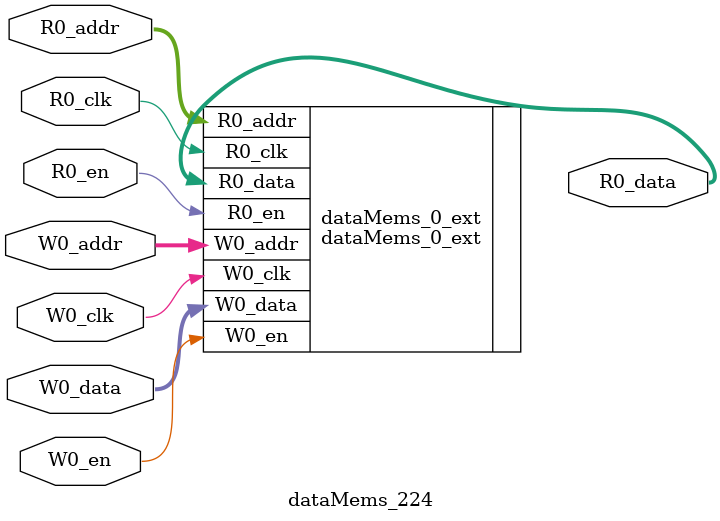
<source format=sv>
`ifndef RANDOMIZE
  `ifdef RANDOMIZE_REG_INIT
    `define RANDOMIZE
  `endif // RANDOMIZE_REG_INIT
`endif // not def RANDOMIZE
`ifndef RANDOMIZE
  `ifdef RANDOMIZE_MEM_INIT
    `define RANDOMIZE
  `endif // RANDOMIZE_MEM_INIT
`endif // not def RANDOMIZE

`ifndef RANDOM
  `define RANDOM $random
`endif // not def RANDOM

// Users can define 'PRINTF_COND' to add an extra gate to prints.
`ifndef PRINTF_COND_
  `ifdef PRINTF_COND
    `define PRINTF_COND_ (`PRINTF_COND)
  `else  // PRINTF_COND
    `define PRINTF_COND_ 1
  `endif // PRINTF_COND
`endif // not def PRINTF_COND_

// Users can define 'ASSERT_VERBOSE_COND' to add an extra gate to assert error printing.
`ifndef ASSERT_VERBOSE_COND_
  `ifdef ASSERT_VERBOSE_COND
    `define ASSERT_VERBOSE_COND_ (`ASSERT_VERBOSE_COND)
  `else  // ASSERT_VERBOSE_COND
    `define ASSERT_VERBOSE_COND_ 1
  `endif // ASSERT_VERBOSE_COND
`endif // not def ASSERT_VERBOSE_COND_

// Users can define 'STOP_COND' to add an extra gate to stop conditions.
`ifndef STOP_COND_
  `ifdef STOP_COND
    `define STOP_COND_ (`STOP_COND)
  `else  // STOP_COND
    `define STOP_COND_ 1
  `endif // STOP_COND
`endif // not def STOP_COND_

// Users can define INIT_RANDOM as general code that gets injected into the
// initializer block for modules with registers.
`ifndef INIT_RANDOM
  `define INIT_RANDOM
`endif // not def INIT_RANDOM

// If using random initialization, you can also define RANDOMIZE_DELAY to
// customize the delay used, otherwise 0.002 is used.
`ifndef RANDOMIZE_DELAY
  `define RANDOMIZE_DELAY 0.002
`endif // not def RANDOMIZE_DELAY

// Define INIT_RANDOM_PROLOG_ for use in our modules below.
`ifndef INIT_RANDOM_PROLOG_
  `ifdef RANDOMIZE
    `ifdef VERILATOR
      `define INIT_RANDOM_PROLOG_ `INIT_RANDOM
    `else  // VERILATOR
      `define INIT_RANDOM_PROLOG_ `INIT_RANDOM #`RANDOMIZE_DELAY begin end
    `endif // VERILATOR
  `else  // RANDOMIZE
    `define INIT_RANDOM_PROLOG_
  `endif // RANDOMIZE
`endif // not def INIT_RANDOM_PROLOG_

// Include register initializers in init blocks unless synthesis is set
`ifndef SYNTHESIS
  `ifndef ENABLE_INITIAL_REG_
    `define ENABLE_INITIAL_REG_
  `endif // not def ENABLE_INITIAL_REG_
`endif // not def SYNTHESIS

// Include rmemory initializers in init blocks unless synthesis is set
`ifndef SYNTHESIS
  `ifndef ENABLE_INITIAL_MEM_
    `define ENABLE_INITIAL_MEM_
  `endif // not def ENABLE_INITIAL_MEM_
`endif // not def SYNTHESIS

module dataMems_224(	// @[generators/ara/src/main/scala/UnsafeAXI4ToTL.scala:365:62]
  input  [4:0]  R0_addr,
  input         R0_en,
  input         R0_clk,
  output [66:0] R0_data,
  input  [4:0]  W0_addr,
  input         W0_en,
  input         W0_clk,
  input  [66:0] W0_data
);

  dataMems_0_ext dataMems_0_ext (	// @[generators/ara/src/main/scala/UnsafeAXI4ToTL.scala:365:62]
    .R0_addr (R0_addr),
    .R0_en   (R0_en),
    .R0_clk  (R0_clk),
    .R0_data (R0_data),
    .W0_addr (W0_addr),
    .W0_en   (W0_en),
    .W0_clk  (W0_clk),
    .W0_data (W0_data)
  );
endmodule


</source>
